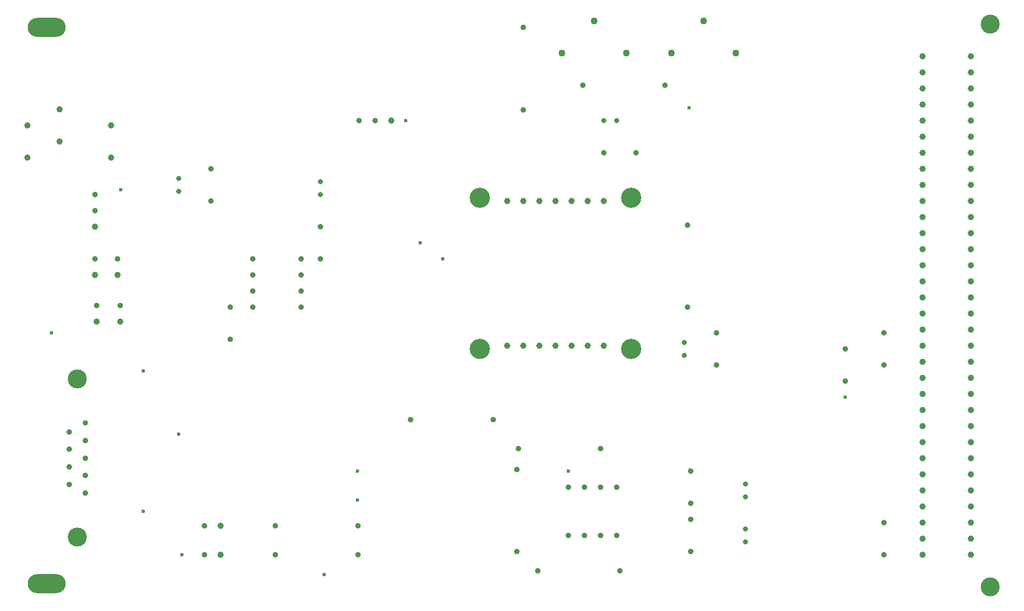
<source format=gbr>
G04 Generated by Ultiboard 10.0 *
%FSLAX25Y25*%
%MOIN*%

%ADD11C,0.02362*%
%ADD44O,0.23622X0.11811*%
%ADD13C,0.03500*%
%ADD45C,0.11833*%
%ADD46C,0.03333*%
%ADD20C,0.03937*%
%ADD12C,0.11811*%
%ADD16C,0.03150*%
%ADD17C,0.03543*%
%ADD18C,0.03917*%
%ADD47C,0.12598*%
%ADD15C,0.04333*%


G04 ColorRGB 000000 for the following layer *
%LNBohrung-Copper Top-Copper Bottom*%
%LPD*%
%FSLAX25Y25*%
%MOIN*%
G54D11*
X249000Y312000D03*
X110000Y42000D03*
X86000Y68984D03*
X108000Y117000D03*
X29000Y180000D03*
X86000Y156467D03*
X198050Y29550D03*
X219000Y76000D03*
X219000Y94000D03*
X72000Y269000D03*
X303000Y126000D03*
X350000Y94000D03*
X258000Y236000D03*
X272000Y226000D03*
X425714Y94714D03*
X425000Y320000D03*
X522000Y140000D03*
G54D44*
X26000Y24000D03*
X26000Y370000D03*
G54D13*
X40000Y96667D03*
X40000Y85750D03*
X40000Y107583D03*
X40000Y118500D03*
X50000Y91250D03*
X50000Y80333D03*
X50000Y113083D03*
X50000Y102167D03*
X56000Y266000D03*
X56000Y256000D03*
X140000Y176000D03*
X140000Y196000D03*
X124000Y60000D03*
X124000Y42000D03*
X56811Y197038D03*
X56000Y226000D03*
X71548Y197038D03*
X70000Y226000D03*
X196000Y226000D03*
X196000Y246000D03*
X154000Y206000D03*
X154000Y196000D03*
X154000Y216000D03*
X154000Y226000D03*
X184000Y206000D03*
X184000Y196000D03*
X184000Y216000D03*
X184000Y226000D03*
X128000Y282000D03*
X128000Y262000D03*
X220000Y312000D03*
X230000Y312000D03*
X380000Y54000D03*
X380000Y84000D03*
X360000Y54000D03*
X350000Y54000D03*
X370000Y54000D03*
X360000Y84000D03*
X350000Y84000D03*
X370000Y84000D03*
X425977Y94169D03*
X425977Y74169D03*
X426000Y64000D03*
X426000Y44000D03*
X442000Y160000D03*
X442000Y180000D03*
X372000Y292000D03*
X392000Y292000D03*
X546000Y62000D03*
X546000Y42000D03*
X522000Y150000D03*
X522000Y170000D03*
X546000Y160000D03*
X546000Y180000D03*
G54D45*
X45000Y52917D03*
X45000Y151333D03*
G54D46*
X50000Y124000D03*
G54D20*
X570000Y252000D03*
X599921Y252000D03*
X570000Y42000D03*
X570000Y62000D03*
X599921Y62000D03*
X599921Y52000D03*
X599921Y42000D03*
X570000Y52000D03*
X599921Y122000D03*
X599921Y92000D03*
X599921Y72000D03*
X599921Y82000D03*
X599921Y102000D03*
X599921Y112000D03*
X570000Y92000D03*
X570000Y72000D03*
X570000Y82000D03*
X570000Y112000D03*
X570000Y102000D03*
X570000Y122000D03*
X570000Y172000D03*
X570000Y192000D03*
X570000Y152000D03*
X599921Y192000D03*
X599921Y142000D03*
X599921Y132000D03*
X599921Y162000D03*
X599921Y182000D03*
X599921Y172000D03*
X599921Y152000D03*
X570000Y142000D03*
X570000Y132000D03*
X570000Y162000D03*
X570000Y182000D03*
X599921Y202000D03*
X599921Y212000D03*
X599921Y232000D03*
X599921Y222000D03*
X599921Y242000D03*
X570000Y222000D03*
X570000Y202000D03*
X570000Y212000D03*
X570000Y232000D03*
X570000Y242000D03*
X599921Y312000D03*
X599921Y282000D03*
X599921Y262000D03*
X599921Y272000D03*
X599921Y292000D03*
X599921Y302000D03*
X570000Y282000D03*
X570000Y262000D03*
X570000Y272000D03*
X570000Y292000D03*
X570000Y302000D03*
X570000Y312000D03*
X599921Y342000D03*
X599921Y322000D03*
X599921Y332000D03*
X599921Y352000D03*
X570000Y332000D03*
X570000Y322000D03*
X570000Y342000D03*
X570000Y352000D03*
X66000Y309000D03*
X14000Y309000D03*
X34000Y319000D03*
X66000Y289000D03*
X34000Y299000D03*
X14000Y289000D03*
X312000Y172000D03*
X332000Y172000D03*
X322000Y172000D03*
X342000Y172000D03*
X362000Y172000D03*
X352000Y172000D03*
X372000Y172000D03*
X312000Y262000D03*
X332000Y262000D03*
X322000Y262000D03*
X342000Y262000D03*
X362000Y262000D03*
X352000Y262000D03*
X372000Y262000D03*
G54D12*
X612000Y22000D03*
X612000Y372000D03*
G54D16*
X108000Y276000D03*
X108000Y268126D03*
X196000Y266126D03*
X196000Y274000D03*
X460000Y50126D03*
X460000Y58000D03*
X460000Y78126D03*
X460000Y86000D03*
X422000Y174000D03*
X422000Y166126D03*
X379874Y312000D03*
X372000Y312000D03*
G54D17*
X252000Y126000D03*
X303181Y126000D03*
X168000Y60000D03*
X219181Y60000D03*
X168000Y42000D03*
X219181Y42000D03*
X330819Y32000D03*
X382000Y32000D03*
X318000Y44000D03*
X318000Y95181D03*
X318819Y108000D03*
X370000Y108000D03*
X424000Y196000D03*
X424000Y247181D03*
X358819Y334000D03*
X410000Y334000D03*
X322000Y318819D03*
X322000Y370000D03*
G54D18*
X56000Y246000D03*
X134000Y60000D03*
X134000Y42000D03*
X56811Y187038D03*
X56000Y216000D03*
X71548Y187038D03*
X70000Y216000D03*
X240000Y312000D03*
G54D47*
X295000Y170000D03*
X389000Y170000D03*
X295000Y264000D03*
X389000Y264000D03*
G54D15*
X366000Y374000D03*
X346000Y354000D03*
X386000Y354000D03*
X434000Y374000D03*
X414000Y354000D03*
X454000Y354000D03*

M00*

</source>
